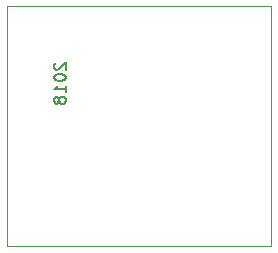
<source format=gbr>
G04 #@! TF.GenerationSoftware,KiCad,Pcbnew,5.0.0-fee4fd1~66~ubuntu16.04.1*
G04 #@! TF.CreationDate,2018-10-28T21:05:27-03:00*
G04 #@! TF.ProjectId,MMA7361,4D4D41373336312E6B696361645F7063,rev?*
G04 #@! TF.SameCoordinates,Original*
G04 #@! TF.FileFunction,Legend,Bot*
G04 #@! TF.FilePolarity,Positive*
%FSLAX46Y46*%
G04 Gerber Fmt 4.6, Leading zero omitted, Abs format (unit mm)*
G04 Created by KiCad (PCBNEW 5.0.0-fee4fd1~66~ubuntu16.04.1) date Sun Oct 28 21:05:27 2018*
%MOMM*%
%LPD*%
G01*
G04 APERTURE LIST*
%ADD10C,0.200000*%
%ADD11C,0.100000*%
G04 APERTURE END LIST*
D10*
X146547619Y-83285714D02*
X146500000Y-83333333D01*
X146452380Y-83428571D01*
X146452380Y-83666666D01*
X146500000Y-83761904D01*
X146547619Y-83809523D01*
X146642857Y-83857142D01*
X146738095Y-83857142D01*
X146880952Y-83809523D01*
X147452380Y-83238095D01*
X147452380Y-83857142D01*
X146452380Y-84476190D02*
X146452380Y-84571428D01*
X146500000Y-84666666D01*
X146547619Y-84714285D01*
X146642857Y-84761904D01*
X146833333Y-84809523D01*
X147071428Y-84809523D01*
X147261904Y-84761904D01*
X147357142Y-84714285D01*
X147404761Y-84666666D01*
X147452380Y-84571428D01*
X147452380Y-84476190D01*
X147404761Y-84380952D01*
X147357142Y-84333333D01*
X147261904Y-84285714D01*
X147071428Y-84238095D01*
X146833333Y-84238095D01*
X146642857Y-84285714D01*
X146547619Y-84333333D01*
X146500000Y-84380952D01*
X146452380Y-84476190D01*
X147452380Y-85761904D02*
X147452380Y-85190476D01*
X147452380Y-85476190D02*
X146452380Y-85476190D01*
X146595238Y-85380952D01*
X146690476Y-85285714D01*
X146738095Y-85190476D01*
X146880952Y-86333333D02*
X146833333Y-86238095D01*
X146785714Y-86190476D01*
X146690476Y-86142857D01*
X146642857Y-86142857D01*
X146547619Y-86190476D01*
X146500000Y-86238095D01*
X146452380Y-86333333D01*
X146452380Y-86523809D01*
X146500000Y-86619047D01*
X146547619Y-86666666D01*
X146642857Y-86714285D01*
X146690476Y-86714285D01*
X146785714Y-86666666D01*
X146833333Y-86619047D01*
X146880952Y-86523809D01*
X146880952Y-86333333D01*
X146928571Y-86238095D01*
X146976190Y-86190476D01*
X147071428Y-86142857D01*
X147261904Y-86142857D01*
X147357142Y-86190476D01*
X147404761Y-86238095D01*
X147452380Y-86333333D01*
X147452380Y-86523809D01*
X147404761Y-86619047D01*
X147357142Y-86666666D01*
X147261904Y-86714285D01*
X147071428Y-86714285D01*
X146976190Y-86666666D01*
X146928571Y-86619047D01*
X146880952Y-86523809D01*
D11*
X142494000Y-98806000D02*
X142494000Y-78486000D01*
X164846000Y-98806000D02*
X142494000Y-98806000D01*
X164846000Y-78486000D02*
X164846000Y-98806000D01*
X142494000Y-78486000D02*
X164846000Y-78486000D01*
M02*

</source>
